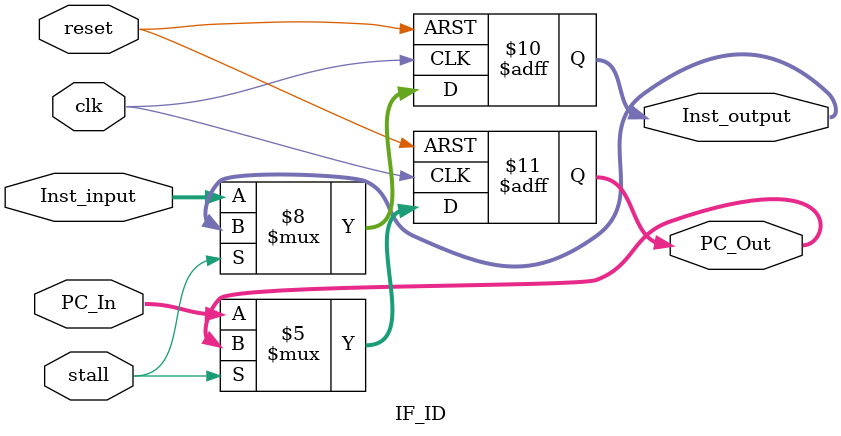
<source format=v>
module IF_ID(
  input clk,
  input reset,
  input [63:0] PC_In,
  input  [31:0] Inst_input,
  input stall,
  output reg [31:0]Inst_output,
  output reg [63:0] PC_Out
);
  
  always @ (posedge clk or posedge reset)
    begin
    if (reset == 1'b1)
      begin
         PC_Out <= 0; 
         Inst_output <= 0;
      end
     else if (stall != 1'b1)
       begin
         PC_Out = PC_In;
         Inst_output <= Inst_input;
       end
    end
endmodule

</source>
